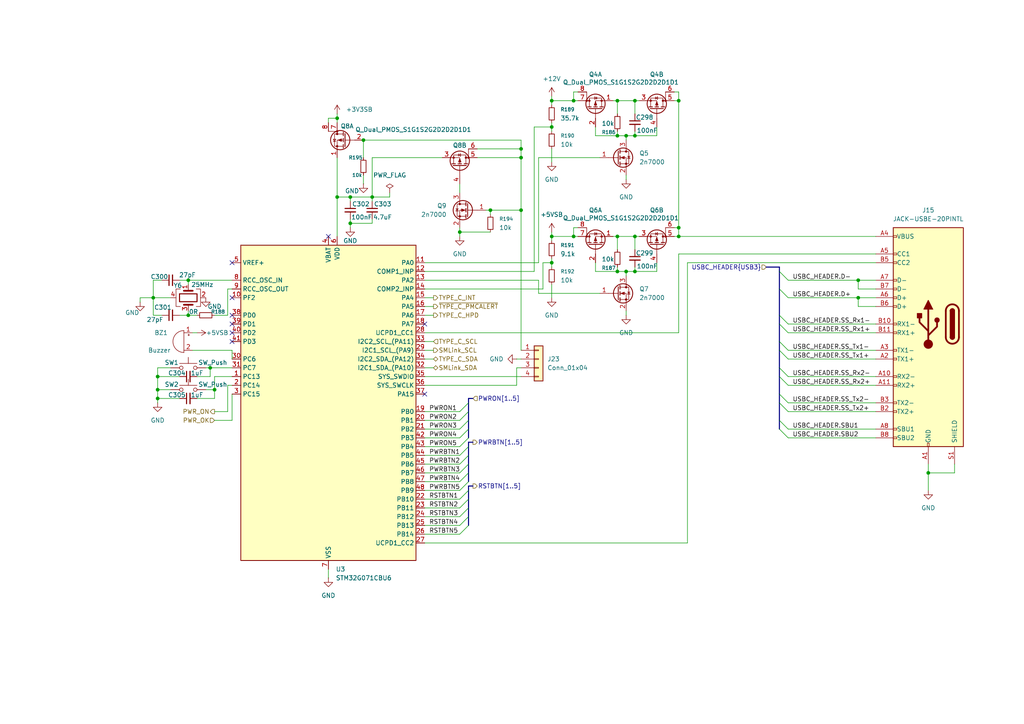
<source format=kicad_sch>
(kicad_sch (version 20250114) (generator "eeschema") (generator_version "9.0")
  (paper "A4")
  (lib_symbols
    (symbol "Connector:USB_C_Receptacle" (pin_names (offset 1.016))
      (property "Reference" "J" (at -10.16 29.21 0))
      (property "Value" "USB_C_Receptacle" (at 10.16 29.21 0))
      (symbol "USB_C_Receptacle_0_0"
        (rectangle (start -0.254 -35.56) (end 0.254 -34.544))
        (rectangle (start 10.16 25.654) (end 9.144 25.146))
        (rectangle (start 10.16 20.574) (end 9.144 20.066))
        (rectangle (start 10.16 18.034) (end 9.144 17.526))
        (rectangle (start 10.16 12.954) (end 9.144 12.446))
        (rectangle (start 10.16 10.414) (end 9.144 9.906))
        (rectangle (start 10.16 7.874) (end 9.144 7.366))
        (rectangle (start 10.16 5.334) (end 9.144 4.826))
        (rectangle (start 10.16 0.254) (end 9.144 -0.254))
        (rectangle (start 10.16 -2.286) (end 9.144 -2.794))
        (rectangle (start 10.16 -7.366) (end 9.144 -7.874))
        (rectangle (start 10.16 -9.906) (end 9.144 -10.414))
        (rectangle (start 10.16 -14.986) (end 9.144 -15.494))
        (rectangle (start 10.16 -17.526) (end 9.144 -18.034))
        (rectangle (start 10.16 -22.606) (end 9.144 -23.114))
        (rectangle (start 10.16 -25.146) (end 9.144 -25.654))
        (rectangle (start 10.16 -30.226) (end 9.144 -30.734))
        (rectangle (start 10.16 -32.766) (end 9.144 -33.274))
      )
      (symbol "USB_C_Receptacle_0_1"
        (rectangle (start -10.16 27.94) (end 10.16 -35.56) (stroke (width 0.254)) (fill (type background)))
        (polyline (pts (xy -8.89 -3.81) (xy -8.89 3.81)) (stroke (width 0.508)))
        (rectangle (start -7.62 -3.81) (end -6.35 3.81) (stroke (width 0.254)) (fill (type outline)))
        (arc (start -7.62 3.81) (mid -6.985 4.4423) (end -6.35 3.81) (stroke (width 0.254)))
        (arc (start -7.62 3.81) (mid -6.985 4.4423) (end -6.35 3.81) (stroke (width 0.254)) (fill (type outline)))
        (arc (start -8.89 3.81) (mid -6.985 5.7067) (end -5.08 3.81) (stroke (width 0.508)))
        (arc (start -5.08 -3.81) (mid -6.985 -5.7067) (end -8.89 -3.81) (stroke (width 0.508)))
        (arc (start -6.35 -3.81) (mid -6.985 -4.4423) (end -7.62 -3.81) (stroke (width 0.254)))
        (arc (start -6.35 -3.81) (mid -6.985 -4.4423) (end -7.62 -3.81) (stroke (width 0.254)) (fill (type outline)))
        (polyline (pts (xy -5.08 3.81) (xy -5.08 -3.81)) (stroke (width 0.508)))
      )
      (symbol "USB_C_Receptacle_1_1"
        (circle (center -2.54 1.143) (radius 0.635) (stroke (width 0.254)) (fill (type outline)))
        (polyline (pts (xy -1.27 4.318) (xy 0 6.858) (xy 1.27 4.318) (xy -1.27 4.318)) (stroke (width 0.254)) (fill (type outline)))
        (polyline (pts (xy 0 -2.032) (xy 2.54 0.508) (xy 2.54 1.778)) (stroke (width 0.508)))
        (polyline (pts (xy 0 -3.302) (xy -2.54 -0.762) (xy -2.54 0.508)) (stroke (width 0.508)))
        (polyline (pts (xy 0 -5.842) (xy 0 4.318)) (stroke (width 0.508)))
        (circle (center 0 -5.842) (radius 1.27) (fill (type outline)))
        (rectangle (start 1.905 1.778) (end 3.175 3.048) (stroke (width 0.254)) (fill (type outline)))
        (pin passive line (at -7.62 -40.64 90) (length 5.08) (name "SHIELD") (number "S1"))
        (pin passive line (at 0 -40.64 90) (length 5.08) (name "GND") (number "A1"))
        (pin passive line (at 0 -40.64 90) (length 5.08) (hide yes) (name "GND") (number "A12"))
        (pin passive line (at 0 -40.64 90) (length 5.08) (hide yes) (name "GND") (number "B1"))
        (pin passive line (at 0 -40.64 90) (length 5.08) (hide yes) (name "GND") (number "B12"))
        (pin passive line (at 15.24 25.4 180) (length 5.08) (name "VBUS") (number "A4"))
        (pin passive line (at 15.24 25.4 180) (length 5.08) (hide yes) (name "VBUS") (number "A9"))
        (pin passive line (at 15.24 25.4 180) (length 5.08) (hide yes) (name "VBUS") (number "B4"))
        (pin passive line (at 15.24 25.4 180) (length 5.08) (hide yes) (name "VBUS") (number "B9"))
        (pin bidirectional line (at 15.24 20.32 180) (length 5.08) (name "CC1") (number "A5"))
        (pin bidirectional line (at 15.24 17.78 180) (length 5.08) (name "CC2") (number "B5"))
        (pin bidirectional line (at 15.24 12.7 180) (length 5.08) (name "D-") (number "A7"))
        (pin bidirectional line (at 15.24 10.16 180) (length 5.08) (name "D-") (number "B7"))
        (pin bidirectional line (at 15.24 7.62 180) (length 5.08) (name "D+") (number "A6"))
        (pin bidirectional line (at 15.24 5.08 180) (length 5.08) (name "D+") (number "B6"))
        (pin bidirectional line (at 15.24 0 180) (length 5.08) (name "RX1-") (number "B10"))
        (pin bidirectional line (at 15.24 -2.54 180) (length 5.08) (name "RX1+") (number "B11"))
        (pin bidirectional line (at 15.24 -7.62 180) (length 5.08) (name "TX1-") (number "A3"))
        (pin bidirectional line (at 15.24 -10.16 180) (length 5.08) (name "TX1+") (number "A2"))
        (pin bidirectional line (at 15.24 -15.24 180) (length 5.08) (name "RX2-") (number "A10"))
        (pin bidirectional line (at 15.24 -17.78 180) (length 5.08) (name "RX2+") (number "A11"))
        (pin bidirectional line (at 15.24 -22.86 180) (length 5.08) (name "TX2-") (number "B3"))
        (pin bidirectional line (at 15.24 -25.4 180) (length 5.08) (name "TX2+") (number "B2"))
        (pin bidirectional line (at 15.24 -30.48 180) (length 5.08) (name "SBU1") (number "A8"))
        (pin bidirectional line (at 15.24 -33.02 180) (length 5.08) (name "SBU2") (number "B8"))
      )
    )
    (symbol "Connector_Generic:Conn_01x04" (pin_names (offset 1.016) (hide yes))
      (property "Reference" "J" (at 0 5.08 0))
      (property "Value" "Conn_01x04" (at 0 -7.62 0))
      (symbol "Conn_01x04_1_1"
        (rectangle (start -1.27 3.81) (end 1.27 -6.35) (stroke (width 0.254)) (fill (type background)))
        (rectangle (start -1.27 2.667) (end 0 2.413) (stroke (width 0.1524)))
        (rectangle (start -1.27 0.127) (end 0 -0.127) (stroke (width 0.1524)))
        (rectangle (start -1.27 -2.413) (end 0 -2.667) (stroke (width 0.1524)))
        (rectangle (start -1.27 -4.953) (end 0 -5.207) (stroke (width 0.1524)))
        (pin passive line (at -5.08 2.54 0) (length 3.81) (name "Pin_1") (number "1"))
        (pin passive line (at -5.08 0 0) (length 3.81) (name "Pin_2") (number "2"))
        (pin passive line (at -5.08 -2.54 0) (length 3.81) (name "Pin_3") (number "3"))
        (pin passive line (at -5.08 -5.08 0) (length 3.81) (name "Pin_4") (number "4"))
      )
    )
    (symbol "Device:Buzzer" (pin_names (offset 0.0254) (hide yes))
      (property "Reference" "BZ" (at 3.81 1.27 0))
      (property "Value" "Buzzer" (at 3.81 -1.27 0))
      (symbol "Buzzer_0_1"
        (polyline (pts (xy -1.651 1.905) (xy -1.143 1.905)))
        (polyline (pts (xy -1.397 2.159) (xy -1.397 1.651)))
        (arc (start 0 3.175) (mid 3.1612 0) (end 0 -3.175))
        (polyline (pts (xy 0 3.175) (xy 0 -3.175)))
      )
      (symbol "Buzzer_1_1"
        (pin passive line (at -2.54 2.54 0) (length 2.54) (name "+") (number "1"))
        (pin passive line (at -2.54 -2.54 0) (length 2.54) (name "-") (number "2"))
      )
    )
    (symbol "Device:C_Small" (pin_numbers (hide yes)) (pin_names (offset 0.254) (hide yes))
      (property "Reference" "C" (at 0.254 1.778 0))
      (property "Value" "C_Small" (at 0.254 -2.032 0))
      (symbol "C_Small_0_1"
        (polyline (pts (xy -1.524 0.508) (xy 1.524 0.508)) (stroke (width 0.3048)))
        (polyline (pts (xy -1.524 -0.508) (xy 1.524 -0.508)) (stroke (width 0.3302)))
      )
      (symbol "C_Small_1_1"
        (pin passive line (at 0 2.54 270) (length 2.032) (name "~") (number "1"))
        (pin passive line (at 0 -2.54 90) (length 2.032) (name "~") (number "2"))
      )
    )
    (symbol "Device:Crystal_GND24" (pin_names (offset 1.016) (hide yes))
      (property "Reference" "Y" (at 3.175 5.08 0))
      (property "Value" "Crystal_GND24" (at 3.175 3.175 0))
      (symbol "Crystal_GND24_0_1"
        (polyline (pts (xy -2.54 2.286) (xy -2.54 3.556) (xy 2.54 3.556) (xy 2.54 2.286)))
        (polyline (pts (xy -2.54 0) (xy -2.032 0)))
        (polyline (pts (xy -2.54 -2.286) (xy -2.54 -3.556) (xy 2.54 -3.556) (xy 2.54 -2.286)))
        (polyline (pts (xy -2.032 -1.27) (xy -2.032 1.27)) (stroke (width 0.508)))
        (rectangle (start -1.143 2.54) (end 1.143 -2.54) (stroke (width 0.3048)))
        (polyline (pts (xy 0 3.556) (xy 0 3.81)))
        (polyline (pts (xy 0 -3.81) (xy 0 -3.556)))
        (polyline (pts (xy 2.032 0) (xy 2.54 0)))
        (polyline (pts (xy 2.032 -1.27) (xy 2.032 1.27)) (stroke (width 0.508)))
      )
      (symbol "Crystal_GND24_1_1"
        (pin passive line (at -3.81 0 0) (length 1.27) (name "1") (number "1"))
        (pin passive line (at 0 5.08 270) (length 1.27) (name "2") (number "2"))
        (pin passive line (at 0 -5.08 90) (length 1.27) (name "4") (number "4"))
        (pin passive line (at 3.81 0 180) (length 1.27) (name "3") (number "3"))
      )
    )
    (symbol "Device:R_Small" (pin_numbers (hide yes)) (pin_names (offset 0.254) (hide yes))
      (property "Reference" "R" (at 0 0 90))
      (property "Value" "R_Small" (at 1.778 0 90))
      (symbol "R_Small_0_1"
        (rectangle (start -0.762 1.778) (end 0.762 -1.778) (stroke (width 0.2032)))
      )
      (symbol "R_Small_1_1"
        (pin passive line (at 0 2.54 270) (length 0.762) (name "~") (number "1"))
        (pin passive line (at 0 -2.54 90) (length 0.762) (name "~") (number "2"))
      )
    )
    (symbol "MCU_ST_STM32G0:STM32G0B1CBUx"
      (property "Reference" "U" (at -25.4 46.99 0))
      (property "Value" "STM32G0B1CBUx" (at 5.08 46.99 0))
      (symbol "STM32G0B1CBUx_0_1"
        (rectangle (start -25.4 -45.72) (end 25.4 45.72) (stroke (width 0.254)) (fill (type background)))
      )
      (symbol "STM32G0B1CBUx_1_1"
        (pin input line (at -27.94 40.64 0) (length 2.54) (name "VREF+") (number "5"))
        (pin bidirectional line (at -27.94 35.56 0) (length 2.54) (name "PF0") (number "8") (alternate "RCC_OSC_IN" bidirectional line))
        (pin bidirectional line (at -27.94 33.02 0) (length 2.54) (name "PF1") (number "9") (alternate "RCC_OSC_OUT" bidirectional line))
        (pin bidirectional line (at -27.94 30.48 0) (length 2.54) (name "PF2") (number "10"))
        (pin bidirectional line (at -27.94 25.4 0) (length 2.54) (name "PD0") (number "38"))
        (pin bidirectional line (at -27.94 22.86 0) (length 2.54) (name "PD1") (number "39"))
        (pin bidirectional line (at -27.94 20.32 0) (length 2.54) (name "PD2") (number "40"))
        (pin bidirectional line (at -27.94 17.78 0) (length 2.54) (name "PD3") (number "41"))
        (pin bidirectional line (at -27.94 12.7 0) (length 2.54) (name "PC6") (number "30"))
        (pin bidirectional line (at -27.94 10.16 0) (length 2.54) (name "PC7") (number "31"))
        (pin bidirectional line (at -27.94 7.62 0) (length 2.54) (name "PC13") (number "1"))
        (pin bidirectional line (at -27.94 5.08 0) (length 2.54) (name "PC14") (number "2"))
        (pin bidirectional line (at -27.94 2.54 0) (length 2.54) (name "PC15") (number "3"))
        (pin power_in line (at 0 48.26 270) (length 2.54) (name "VBAT") (number "4"))
        (pin passive line (at 0 -48.26 90) (length 2.54) (hide yes) (name "VSS") (number "49"))
        (pin power_in line (at 0 -48.26 90) (length 2.54) (name "VSS") (number "7"))
        (pin power_in line (at 2.54 48.26 270) (length 2.54) (name "VDD") (number "6"))
        (pin bidirectional line (at 27.94 40.64 180) (length 2.54) (name "PA0") (number "11"))
        (pin bidirectional line (at 27.94 38.1 180) (length 2.54) (name "PA1") (number "12") (alternate "COMP1_INP" bidirectional line))
        (pin bidirectional line (at 27.94 35.56 180) (length 2.54) (name "PA2") (number "13"))
        (pin bidirectional line (at 27.94 33.02 180) (length 2.54) (name "PA3") (number "14") (alternate "COMP2_INP" bidirectional line))
        (pin bidirectional line (at 27.94 30.48 180) (length 2.54) (name "PA4") (number "15"))
        (pin bidirectional line (at 27.94 27.94 180) (length 2.54) (name "PA5") (number "16"))
        (pin bidirectional line (at 27.94 25.4 180) (length 2.54) (name "PA6") (number "17"))
        (pin bidirectional line (at 27.94 22.86 180) (length 2.54) (name "PA7") (number "18"))
        (pin bidirectional line (at 27.94 20.32 180) (length 2.54) (name "PA8") (number "28") (alternate "UCPD1_CC1" bidirectional line))
        (pin bidirectional line (at 27.94 17.78 180) (length 2.54) (name "PA9/PA11") (number "33") (alternate "I2C1_SCL (PA9)" bidirectional line) (alternate "I2C2_SCL (PA11)" bidirectional line))
        (pin bidirectional line (at 27.94 15.24 180) (length 2.54) (name "PA9/UCPD1_DBCC1") (number "29") (alternate "" input line) (alternate "I2C1_SCL (PA9)" bidirectional line))
        (pin bidirectional line (at 27.94 12.7 180) (length 2.54) (name "PA10/PA12") (number "34") (alternate "I2C1_SDA (PA10)" bidirectional line) (alternate "I2C2_SDA (PA12)" bidirectional line))
        (pin bidirectional line (at 27.94 10.16 180) (length 2.54) (name "PA10/UCPD1_DBCC2") (number "32") (alternate "I2C1_SDA (PA10)" bidirectional line))
        (pin bidirectional line (at 27.94 7.62 180) (length 2.54) (name "PA13") (number "35") (alternate "SYS_SWDIO" bidirectional line))
        (pin bidirectional line (at 27.94 5.08 180) (length 2.54) (name "PA14") (number "36") (alternate "SYS_SWCLK" bidirectional line))
        (pin bidirectional line (at 27.94 2.54 180) (length 2.54) (name "PA15") (number "37"))
        (pin bidirectional line (at 27.94 -2.54 180) (length 2.54) (name "PB0") (number "19"))
        (pin bidirectional line (at 27.94 -5.08 180) (length 2.54) (name "PB1") (number "20"))
        (pin bidirectional line (at 27.94 -7.62 180) (length 2.54) (name "PB2") (number "21") (alternate "COMP1_INP" bidirectional line))
        (pin bidirectional line (at 27.94 -10.16 180) (length 2.54) (name "PB3") (number "42"))
        (pin bidirectional line (at 27.94 -12.7 180) (length 2.54) (name "PB4") (number "43") (alternate "COMP2_INP" bidirectional line))
        (pin bidirectional line (at 27.94 -15.24 180) (length 2.54) (name "PB5") (number "44"))
        (pin bidirectional line (at 27.94 -17.78 180) (length 2.54) (name "PB6") (number "45") (alternate "COMP2_INP" bidirectional line))
        (pin bidirectional line (at 27.94 -20.32 180) (length 2.54) (name "PB7") (number "46"))
        (pin bidirectional line (at 27.94 -22.86 180) (length 2.54) (name "PB8") (number "47"))
        (pin bidirectional line (at 27.94 -25.4 180) (length 2.54) (name "PB9") (number "48"))
        (pin bidirectional line (at 27.94 -27.94 180) (length 2.54) (name "PB10") (number "22"))
        (pin bidirectional line (at 27.94 -30.48 180) (length 2.54) (name "PB11") (number "23"))
        (pin bidirectional line (at 27.94 -33.02 180) (length 2.54) (name "PB12") (number "24"))
        (pin bidirectional line (at 27.94 -35.56 180) (length 2.54) (name "PB13") (number "25"))
        (pin bidirectional line (at 27.94 -38.1 180) (length 2.54) (name "PB14") (number "26"))
        (pin bidirectional line (at 27.94 -40.64 180) (length 2.54) (name "PB15") (number "27") (alternate "UCPD1_CC2" bidirectional line))
      )
    )
    (symbol "Switch:SW_Push" (pin_numbers (hide yes)) (pin_names (offset 1.016) (hide yes))
      (property "Reference" "SW" (at 1.27 2.54 0))
      (property "Value" "SW_Push" (at 0 -1.524 0))
      (symbol "SW_Push_0_1"
        (circle (center -2.032 0) (radius 0.508))
        (polyline (pts (xy 0 1.27) (xy 0 3.048)))
        (circle (center 2.032 0) (radius 0.508))
        (polyline (pts (xy 2.54 1.27) (xy -2.54 1.27)))
        (pin passive line (at -5.08 0 0) (length 2.54) (name "1") (number "1"))
        (pin passive line (at 5.08 0 180) (length 2.54) (name "2") (number "2"))
      )
    )
    (symbol "Transistor_FET:Q_Dual_PMOS_S1G1S2G2D2D2D1D1" (pin_names (offset 0) (hide yes))
      (property "Reference" "Q" (at 5.08 1.905 0))
      (property "Value" "Q_Dual_PMOS_S1G1S2G2D2D2D1D1" (at 5.08 0 0))
      (symbol "Q_Dual_PMOS_S1G1S2G2D2D2D1D1_0_1"
        (polyline (pts (xy 0.254 1.905) (xy 0.254 -1.905)) (stroke (width 0.254)))
        (polyline (pts (xy 0.254 0) (xy -2.54 0)))
        (polyline (pts (xy 0.762 2.286) (xy 0.762 1.27)) (stroke (width 0.254)))
        (polyline (pts (xy 0.762 1.778) (xy 3.302 1.778) (xy 3.302 -1.778) (xy 0.762 -1.778)))
        (polyline (pts (xy 0.762 0.508) (xy 0.762 -0.508)) (stroke (width 0.254)))
        (polyline (pts (xy 0.762 -1.27) (xy 0.762 -2.286)) (stroke (width 0.254)))
        (circle (center 1.651 0) (radius 2.794) (stroke (width 0.254)))
        (polyline (pts (xy 2.286 0) (xy 1.27 0.381) (xy 1.27 -0.381) (xy 2.286 0)) (fill (type outline)))
        (polyline (pts (xy 2.54 2.54) (xy 2.54 1.778)))
        (circle (center 2.54 2.54) (radius 0.254) (fill (type outline)))
        (circle (center 2.54 1.778) (radius 0.254) (fill (type outline)))
        (circle (center 2.54 -1.778) (radius 0.254) (fill (type outline)))
        (polyline (pts (xy 2.54 -2.54) (xy 2.54 0) (xy 0.762 0)))
        (polyline (pts (xy 2.921 -0.381) (xy 3.683 -0.381)))
        (polyline (pts (xy 3.302 -0.381) (xy 2.921 0.254) (xy 3.683 0.254) (xy 3.302 -0.381)))
        (polyline (pts (xy 5.08 2.54) (xy 2.54 2.54)))
      )
      (symbol "Q_Dual_PMOS_S1G1S2G2D2D2D1D1_1_1"
        (pin input line (at -5.08 0 0) (length 2.54) (name "G") (number "2"))
        (pin passive line (at 2.54 5.08 270) (length 2.54) (name "D") (number "7"))
        (pin passive line (at 2.54 -5.08 90) (length 2.54) (name "S") (number "1"))
        (pin passive line (at 5.08 5.08 270) (length 2.54) (name "D") (number "8"))
      )
      (symbol "Q_Dual_PMOS_S1G1S2G2D2D2D1D1_2_1"
        (pin input line (at -5.08 0 0) (length 2.54) (name "G") (number "4"))
        (pin passive line (at 2.54 5.08 270) (length 2.54) (name "D") (number "5"))
        (pin passive line (at 2.54 -5.08 90) (length 2.54) (name "S") (number "3"))
        (pin passive line (at 5.08 5.08 270) (length 2.54) (name "D") (number "6"))
      )
    )
    (symbol "Transistor_FET:Q_NMOS_GSD" (pin_names (offset 0) (hide yes))
      (property "Reference" "Q" (at 5.08 1.905 0))
      (property "Value" "Q_NMOS_GSD" (at 5.08 0 0))
      (symbol "Q_NMOS_GSD_0_1"
        (polyline (pts (xy 0.254 1.905) (xy 0.254 -1.905)) (stroke (width 0.254)))
        (polyline (pts (xy 0.254 0) (xy -2.54 0)))
        (polyline (pts (xy 0.762 2.286) (xy 0.762 1.27)) (stroke (width 0.254)))
        (polyline (pts (xy 0.762 0.508) (xy 0.762 -0.508)) (stroke (width 0.254)))
        (polyline (pts (xy 0.762 -1.27) (xy 0.762 -2.286)) (stroke (width 0.254)))
        (polyline (pts (xy 0.762 -1.778) (xy 3.302 -1.778) (xy 3.302 1.778) (xy 0.762 1.778)))
        (polyline (pts (xy 1.016 0) (xy 2.032 0.381) (xy 2.032 -0.381) (xy 1.016 0)) (fill (type outline)))
        (circle (center 1.651 0) (radius 2.794) (stroke (width 0.254)))
        (polyline (pts (xy 2.54 2.54) (xy 2.54 1.778)))
        (circle (center 2.54 1.778) (radius 0.254) (fill (type outline)))
        (circle (center 2.54 -1.778) (radius 0.254) (fill (type outline)))
        (polyline (pts (xy 2.54 -2.54) (xy 2.54 0) (xy 0.762 0)))
        (polyline (pts (xy 2.921 0.381) (xy 3.683 0.381)))
        (polyline (pts (xy 3.302 0.381) (xy 2.921 -0.254) (xy 3.683 -0.254) (xy 3.302 0.381)))
      )
      (symbol "Q_NMOS_GSD_1_1"
        (pin input line (at -5.08 0 0) (length 2.54) (name "G") (number "1"))
        (pin passive line (at 2.54 5.08 270) (length 2.54) (name "D") (number "3"))
        (pin passive line (at 2.54 -5.08 90) (length 2.54) (name "S") (number "2"))
      )
    )
    (symbol "custom:+5VSB" (power) (pin_numbers (hide yes)) (pin_names (offset 0) (hide yes))
      (property "Value" "+5VSB" (at 0 3.556 0))
      (symbol "+5VSB_0_1"
        (polyline (pts (xy -0.762 1.27) (xy 0 2.54)))
        (polyline (pts (xy 0 2.54) (xy 0.762 1.27)))
        (polyline (pts (xy 0 0) (xy 0 2.54)))
      )
      (symbol "+5VSB_1_1"
        (pin power_in line (at 0 0 90) (length 0) (name "~") (number "1"))
      )
    )
    (symbol "power:+12V" (power) (pin_numbers (hide yes)) (pin_names (offset 0) (hide yes))
      (property "Value" "+12V" (at 0 3.556 0))
      (symbol "+12V_0_1"
        (polyline (pts (xy -0.762 1.27) (xy 0 2.54)))
        (polyline (pts (xy 0 2.54) (xy 0.762 1.27)))
        (polyline (pts (xy 0 0) (xy 0 2.54)))
      )
      (symbol "+12V_1_1"
        (pin power_in line (at 0 0 90) (length 0) (name "~") (number "1"))
      )
    )
    (symbol "power:+3V3" (power) (pin_numbers (hide yes)) (pin_names (offset 0) (hide yes))
      (property "Value" "+3V3" (at 0 3.556 0))
      (symbol "+3V3_0_1"
        (polyline (pts (xy -0.762 1.27) (xy 0 2.54)))
        (polyline (pts (xy 0 2.54) (xy 0.762 1.27)))
        (polyline (pts (xy 0 0) (xy 0 2.54)))
      )
      (symbol "+3V3_1_1"
        (pin power_in line (at 0 0 90) (length 0) (name "~") (number "1"))
      )
    )
    (symbol "power:+5V" (power) (pin_numbers (hide yes)) (pin_names (offset 0) (hide yes))
      (property "Value" "+5V" (at 0 3.556 0))
      (symbol "+5V_0_1"
        (polyline (pts (xy -0.762 1.27) (xy 0 2.54)))
        (polyline (pts (xy 0 2.54) (xy 0.762 1.27)))
        (polyline (pts (xy 0 0) (xy 0 2.54)))
      )
      (symbol "+5V_1_1"
        (pin power_in line (at 0 0 90) (length 0) (name "~") (number "1"))
      )
    )
    (symbol "power:GND" (power) (pin_numbers (hide yes)) (pin_names (offset 0) (hide yes))
      (property "Value" "GND" (at 0 -3.81 0))
      (symbol "GND_0_1"
        (polyline (pts (xy 0 0) (xy 0 -1.27) (xy 1.27 -1.27) (xy 0 -2.54) (xy -1.27 -1.27) (xy 0 -1.27)))
      )
      (symbol "GND_1_1"
        (pin power_in line (at 0 0 270) (length 0) (name "~") (number "1"))
      )
    )
    (symbol "power:PWR_FLAG" (power) (pin_numbers (hide yes)) (pin_names (offset 0) (hide yes))
      (property "Value" "PWR_FLAG" (at 0 3.81 0))
      (symbol "PWR_FLAG_0_0"
        (pin power_out line (at 0 0 90) (length 0) (name "~") (number "1"))
      )
      (symbol "PWR_FLAG_0_1"
        (polyline (pts (xy 0 0) (xy 0 1.27) (xy -1.016 1.905) (xy 0 2.54) (xy 1.016 1.905) (xy 0 1.27)))
      )
    )
  )
  (junction (at 196.85 68.58))
  (junction (at 107.95 57.15))
  (junction (at 179.07 39.37))
  (junction (at 133.35 67.31))
  (junction (at 160.02 76.2))
  (junction (at 54.61 91.44))
  (junction (at 166.37 68.58))
  (junction (at 101.6 64.77))
  (junction (at 184.15 68.58))
  (junction (at 248.92 86.36))
  (junction (at 97.79 57.15))
  (junction (at 196.85 29.21))
  (junction (at 181.61 78.74))
  (junction (at 105.41 40.64))
  (junction (at 160.02 36.83))
  (junction (at 60.96 106.68))
  (junction (at 184.15 29.21))
  (junction (at 45.72 115.57))
  (junction (at 45.72 109.22))
  (junction (at 179.07 78.74))
  (junction (at 44.45 86.36))
  (junction (at 269.24 137.16))
  (junction (at 97.79 34.29))
  (junction (at 196.85 66.04))
  (junction (at 184.15 78.74))
  (junction (at 181.61 39.37))
  (junction (at 101.6 57.15))
  (junction (at 45.72 113.03))
  (junction (at 179.07 29.21))
  (junction (at 142.24 60.96))
  (junction (at 62.23 113.03))
  (junction (at 151.13 45.72))
  (junction (at 248.92 81.28))
  (junction (at 160.02 68.58))
  (junction (at 151.13 60.96))
  (junction (at 184.15 39.37))
  (junction (at 54.61 81.28))
  (junction (at 179.07 68.58))
  (junction (at 151.13 43.18))
  (junction (at 166.37 29.21))
  (junction (at 160.02 29.21))
  (no_connect (at 67.31 96.52))
  (no_connect (at 67.31 91.44))
  (no_connect (at 67.31 76.2))
  (no_connect (at 123.19 114.3))
  (no_connect (at 95.25 68.58))
  (no_connect (at 123.19 93.98))
  (no_connect (at 67.31 93.98))
  (no_connect (at 67.31 86.36))
  (no_connect (at 67.31 99.06))
  (bus_entry (at 226.06 116.84) (size 2.54 2.54))
  (bus_entry (at 226.06 99.06) (size 2.54 2.54))
  (bus_entry (at 135.89 119.38) (size -2.54 2.54))
  (bus_entry (at 135.89 137.16) (size -2.54 2.54))
  (bus_entry (at 226.06 93.98) (size 2.54 2.54))
  (bus_entry (at 135.89 152.4) (size -2.54 2.54))
  (bus_entry (at 135.89 134.62) (size -2.54 2.54))
  (bus_entry (at 226.06 83.82) (size 2.54 2.54))
  (bus_entry (at 135.89 142.24) (size -2.54 2.54))
  (bus_entry (at 226.06 121.92) (size 2.54 2.54))
  (bus_entry (at 226.06 124.46) (size 2.54 2.54))
  (bus_entry (at 135.89 124.46) (size -2.54 2.54))
  (bus_entry (at 226.06 78.74) (size 2.54 2.54))
  (bus_entry (at 226.06 101.6) (size 2.54 2.54))
  (bus_entry (at 135.89 139.7) (size -2.54 2.54))
  (bus_entry (at 135.89 149.86) (size -2.54 2.54))
  (bus_entry (at 226.06 109.22) (size 2.54 2.54))
  (bus_entry (at 226.06 114.3) (size 2.54 2.54))
  (bus_entry (at 135.89 127) (size -2.54 2.54))
  (bus_entry (at 135.89 147.32) (size -2.54 2.54))
  (bus_entry (at 135.89 144.78) (size -2.54 2.54))
  (bus_entry (at 135.89 129.54) (size -2.54 2.54))
  (bus_entry (at 226.06 106.68) (size 2.54 2.54))
  (bus_entry (at 135.89 121.92) (size -2.54 2.54))
  (bus_entry (at 135.89 132.08) (size -2.54 2.54))
  (bus_entry (at 226.06 91.44) (size 2.54 2.54))
  (bus_entry (at 135.89 116.84) (size -2.54 2.54))
  (wire (pts (xy 160.02 35.56) (xy 160.02 36.83)))
  (wire (pts (xy 95.25 165.1) (xy 95.25 167.64)))
  (bus (pts (xy 135.89 144.78) (xy 135.89 147.32)))
  (wire (pts (xy 184.15 29.21) (xy 184.15 33.02)))
  (wire (pts (xy 101.6 58.42) (xy 101.6 57.15)))
  (wire (pts (xy 181.61 90.17) (xy 181.61 91.44)))
  (wire (pts (xy 123.19 88.9) (xy 125.73 88.9)))
  (bus (pts (xy 226.06 93.98) (xy 226.06 99.06)))
  (wire (pts (xy 123.19 119.38) (xy 133.35 119.38)))
  (wire (pts (xy 196.85 66.04) (xy 196.85 68.58)))
  (wire (pts (xy 179.07 29.21) (xy 179.07 33.02)))
  (wire (pts (xy 107.95 57.15) (xy 107.95 58.42)))
  (wire (pts (xy 45.72 106.68) (xy 45.72 109.22)))
  (wire (pts (xy 276.86 134.62) (xy 276.86 137.16)))
  (bus (pts (xy 135.89 124.46) (xy 135.89 127)))
  (wire (pts (xy 196.85 68.58) (xy 254 68.58)))
  (wire (pts (xy 97.79 45.72) (xy 97.79 57.15)))
  (wire (pts (xy 66.04 119.38) (xy 66.04 111.76)))
  (wire (pts (xy 173.99 45.72) (xy 156.21 45.72)))
  (wire (pts (xy 151.13 101.6) (xy 151.13 60.96)))
  (wire (pts (xy 142.24 60.96) (xy 142.24 62.23)))
  (wire (pts (xy 154.94 36.83) (xy 154.94 78.74)))
  (wire (pts (xy 101.6 57.15) (xy 107.95 57.15)))
  (wire (pts (xy 46.99 81.28) (xy 44.45 81.28)))
  (wire (pts (xy 166.37 68.58) (xy 167.64 68.58)))
  (wire (pts (xy 60.96 106.68) (xy 60.96 109.22)))
  (wire (pts (xy 55.88 101.6) (xy 67.31 101.6)))
  (wire (pts (xy 97.79 33.02) (xy 97.79 34.29)))
  (wire (pts (xy 157.48 76.2) (xy 157.48 83.82)))
  (wire (pts (xy 248.92 86.36) (xy 248.92 88.9)))
  (wire (pts (xy 123.19 132.08) (xy 133.35 132.08)))
  (wire (pts (xy 67.31 83.82) (xy 66.04 83.82)))
  (wire (pts (xy 133.35 67.31) (xy 142.24 67.31)))
  (wire (pts (xy 248.92 86.36) (xy 254 86.36)))
  (wire (pts (xy 133.35 66.04) (xy 133.35 67.31)))
  (wire (pts (xy 160.02 76.2) (xy 160.02 77.47)))
  (wire (pts (xy 105.41 50.8) (xy 105.41 53.34)))
  (wire (pts (xy 105.41 40.64) (xy 105.41 45.72)))
  (wire (pts (xy 151.13 60.96) (xy 142.24 60.96)))
  (wire (pts (xy 62.23 113.03) (xy 62.23 115.57)))
  (wire (pts (xy 184.15 39.37) (xy 190.5 39.37)))
  (wire (pts (xy 196.85 29.21) (xy 196.85 66.04)))
  (wire (pts (xy 123.19 127) (xy 133.35 127)))
  (wire (pts (xy 60.96 109.22) (xy 57.15 109.22)))
  (wire (pts (xy 248.92 81.28) (xy 248.92 83.82)))
  (wire (pts (xy 123.19 144.78) (xy 133.35 144.78)))
  (wire (pts (xy 66.04 83.82) (xy 66.04 91.44)))
  (wire (pts (xy 196.85 96.52) (xy 123.19 96.52)))
  (wire (pts (xy 196.85 73.66) (xy 254 73.66)))
  (wire (pts (xy 45.72 113.03) (xy 49.53 113.03)))
  (wire (pts (xy 45.72 109.22) (xy 45.72 113.03)))
  (wire (pts (xy 167.64 66.04) (xy 166.37 66.04)))
  (wire (pts (xy 97.79 34.29) (xy 97.79 35.56)))
  (wire (pts (xy 196.85 73.66) (xy 196.85 96.52)))
  (wire (pts (xy 149.86 111.76) (xy 149.86 106.68)))
  (wire (pts (xy 181.61 39.37) (xy 184.15 39.37)))
  (wire (pts (xy 276.86 137.16) (xy 269.24 137.16)))
  (bus (pts (xy 226.06 114.3) (xy 226.06 116.84)))
  (wire (pts (xy 172.72 39.37) (xy 179.07 39.37)))
  (wire (pts (xy 113.03 57.15) (xy 113.03 55.88)))
  (wire (pts (xy 149.86 104.14) (xy 151.13 104.14)))
  (wire (pts (xy 46.99 91.44) (xy 44.45 91.44)))
  (wire (pts (xy 49.53 86.36) (xy 44.45 86.36)))
  (wire (pts (xy 248.92 81.28) (xy 254 81.28)))
  (wire (pts (xy 123.19 121.92) (xy 133.35 121.92)))
  (wire (pts (xy 45.72 113.03) (xy 45.72 115.57)))
  (wire (pts (xy 59.69 106.68) (xy 60.96 106.68)))
  (wire (pts (xy 156.21 85.09) (xy 156.21 81.28)))
  (wire (pts (xy 160.02 29.21) (xy 166.37 29.21)))
  (wire (pts (xy 151.13 43.18) (xy 151.13 45.72)))
  (wire (pts (xy 184.15 68.58) (xy 185.42 68.58)))
  (wire (pts (xy 269.24 137.16) (xy 269.24 142.24)))
  (bus (pts (xy 226.06 101.6) (xy 226.06 106.68)))
  (wire (pts (xy 160.02 76.2) (xy 157.48 76.2)))
  (bus (pts (xy 135.89 121.92) (xy 135.89 124.46)))
  (wire (pts (xy 196.85 26.67) (xy 196.85 29.21)))
  (wire (pts (xy 107.95 45.72) (xy 107.95 57.15)))
  (wire (pts (xy 49.53 106.68) (xy 45.72 106.68)))
  (wire (pts (xy 269.24 134.62) (xy 269.24 137.16)))
  (wire (pts (xy 160.02 29.21) (xy 160.02 30.48)))
  (wire (pts (xy 172.72 36.83) (xy 172.72 39.37)))
  (bus (pts (xy 137.16 128.27) (xy 135.89 128.27)))
  (wire (pts (xy 160.02 43.18) (xy 160.02 46.99)))
  (wire (pts (xy 133.35 53.34) (xy 133.35 55.88)))
  (wire (pts (xy 123.19 111.76) (xy 149.86 111.76)))
  (wire (pts (xy 248.92 83.82) (xy 254 83.82)))
  (wire (pts (xy 195.58 26.67) (xy 196.85 26.67)))
  (wire (pts (xy 62.23 115.57) (xy 57.15 115.57)))
  (wire (pts (xy 59.69 113.03) (xy 62.23 113.03)))
  (wire (pts (xy 181.61 78.74) (xy 184.15 78.74)))
  (wire (pts (xy 97.79 57.15) (xy 97.79 68.58)))
  (wire (pts (xy 160.02 67.31) (xy 160.02 68.58)))
  (bus (pts (xy 135.89 115.57) (xy 135.89 116.84)))
  (wire (pts (xy 123.19 152.4) (xy 133.35 152.4)))
  (wire (pts (xy 101.6 63.5) (xy 101.6 64.77)))
  (bus (pts (xy 137.16 115.57) (xy 135.89 115.57)))
  (wire (pts (xy 228.6 116.84) (xy 254 116.84)))
  (wire (pts (xy 160.02 68.58) (xy 160.02 69.85)))
  (bus (pts (xy 135.89 132.08) (xy 135.89 134.62)))
  (wire (pts (xy 62.23 91.44) (xy 66.04 91.44)))
  (wire (pts (xy 228.6 124.46) (xy 254 124.46)))
  (wire (pts (xy 157.48 83.82) (xy 123.19 83.82)))
  (wire (pts (xy 184.15 68.58) (xy 184.15 72.39)))
  (wire (pts (xy 123.19 104.14) (xy 125.73 104.14)))
  (bus (pts (xy 135.89 147.32) (xy 135.89 149.86)))
  (wire (pts (xy 123.19 129.54) (xy 133.35 129.54)))
  (wire (pts (xy 45.72 115.57) (xy 45.72 116.84)))
  (wire (pts (xy 101.6 64.77) (xy 101.6 66.04)))
  (wire (pts (xy 123.19 91.44) (xy 125.73 91.44)))
  (wire (pts (xy 181.61 50.8) (xy 181.61 52.07)))
  (wire (pts (xy 254 76.2) (xy 199.39 76.2)))
  (wire (pts (xy 133.35 67.31) (xy 133.35 68.58)))
  (wire (pts (xy 177.8 68.58) (xy 179.07 68.58)))
  (wire (pts (xy 151.13 43.18) (xy 151.13 40.64)))
  (wire (pts (xy 179.07 68.58) (xy 179.07 72.39)))
  (wire (pts (xy 160.02 74.93) (xy 160.02 76.2)))
  (wire (pts (xy 177.8 29.21) (xy 179.07 29.21)))
  (wire (pts (xy 149.86 106.68) (xy 151.13 106.68)))
  (bus (pts (xy 226.06 116.84) (xy 226.06 121.92)))
  (wire (pts (xy 123.19 124.46) (xy 133.35 124.46)))
  (wire (pts (xy 228.6 104.14) (xy 254 104.14)))
  (wire (pts (xy 160.02 36.83) (xy 160.02 38.1)))
  (wire (pts (xy 66.04 111.76) (xy 67.31 111.76)))
  (wire (pts (xy 151.13 45.72) (xy 151.13 60.96)))
  (wire (pts (xy 179.07 39.37) (xy 181.61 39.37)))
  (wire (pts (xy 54.61 81.28) (xy 67.31 81.28)))
  (wire (pts (xy 123.19 101.6) (xy 125.73 101.6)))
  (wire (pts (xy 184.15 78.74) (xy 190.5 78.74)))
  (wire (pts (xy 179.07 38.1) (xy 179.07 39.37)))
  (wire (pts (xy 67.31 121.92) (xy 67.31 114.3)))
  (bus (pts (xy 226.06 83.82) (xy 226.06 91.44)))
  (wire (pts (xy 66.04 119.38) (xy 62.23 119.38)))
  (wire (pts (xy 107.95 57.15) (xy 113.03 57.15)))
  (wire (pts (xy 123.19 139.7) (xy 133.35 139.7)))
  (wire (pts (xy 45.72 109.22) (xy 52.07 109.22)))
  (wire (pts (xy 228.6 119.38) (xy 254 119.38)))
  (bus (pts (xy 137.16 140.97) (xy 135.89 140.97)))
  (wire (pts (xy 156.21 76.2) (xy 123.19 76.2)))
  (bus (pts (xy 135.89 116.84) (xy 135.89 119.38)))
  (wire (pts (xy 228.6 127) (xy 254 127)))
  (wire (pts (xy 101.6 64.77) (xy 107.95 64.77)))
  (wire (pts (xy 195.58 68.58) (xy 196.85 68.58)))
  (wire (pts (xy 166.37 66.04) (xy 166.37 68.58)))
  (wire (pts (xy 45.72 115.57) (xy 52.07 115.57)))
  (bus (pts (xy 135.89 137.16) (xy 135.89 139.7)))
  (wire (pts (xy 123.19 154.94) (xy 133.35 154.94)))
  (wire (pts (xy 54.61 91.44) (xy 57.15 91.44)))
  (wire (pts (xy 55.88 96.52) (xy 57.15 96.52)))
  (bus (pts (xy 226.06 78.74) (xy 226.06 83.82)))
  (wire (pts (xy 54.61 81.28) (xy 54.61 82.55)))
  (bus (pts (xy 226.06 121.92) (xy 226.06 124.46)))
  (wire (pts (xy 179.07 77.47) (xy 179.07 78.74)))
  (wire (pts (xy 107.95 64.77) (xy 107.95 63.5)))
  (wire (pts (xy 62.23 109.22) (xy 62.23 113.03)))
  (bus (pts (xy 135.89 129.54) (xy 135.89 132.08)))
  (wire (pts (xy 54.61 91.44) (xy 52.07 91.44)))
  (wire (pts (xy 181.61 80.01) (xy 181.61 78.74)))
  (bus (pts (xy 135.89 142.24) (xy 135.89 144.78)))
  (wire (pts (xy 166.37 29.21) (xy 167.64 29.21)))
  (wire (pts (xy 179.07 78.74) (xy 181.61 78.74)))
  (wire (pts (xy 128.27 45.72) (xy 107.95 45.72)))
  (wire (pts (xy 228.6 111.76) (xy 254 111.76)))
  (wire (pts (xy 184.15 29.21) (xy 185.42 29.21)))
  (bus (pts (xy 135.89 128.27) (xy 135.89 129.54)))
  (wire (pts (xy 181.61 40.64) (xy 181.61 39.37)))
  (wire (pts (xy 190.5 39.37) (xy 190.5 36.83)))
  (wire (pts (xy 123.19 106.68) (xy 125.73 106.68)))
  (wire (pts (xy 140.97 60.96) (xy 142.24 60.96)))
  (wire (pts (xy 67.31 101.6) (xy 67.31 104.14)))
  (wire (pts (xy 138.43 45.72) (xy 151.13 45.72)))
  (wire (pts (xy 173.99 85.09) (xy 156.21 85.09)))
  (wire (pts (xy 123.19 86.36) (xy 125.73 86.36)))
  (wire (pts (xy 52.07 81.28) (xy 54.61 81.28)))
  (bus (pts (xy 226.06 91.44) (xy 226.06 93.98)))
  (wire (pts (xy 228.6 81.28) (xy 248.92 81.28)))
  (wire (pts (xy 228.6 109.22) (xy 254 109.22)))
  (wire (pts (xy 44.45 91.44) (xy 44.45 86.36)))
  (wire (pts (xy 195.58 66.04) (xy 196.85 66.04)))
  (wire (pts (xy 101.6 57.15) (xy 97.79 57.15)))
  (bus (pts (xy 226.06 99.06) (xy 226.06 101.6)))
  (bus (pts (xy 226.06 77.47) (xy 226.06 78.74)))
  (wire (pts (xy 156.21 81.28) (xy 123.19 81.28)))
  (bus (pts (xy 226.06 109.22) (xy 226.06 114.3)))
  (wire (pts (xy 95.25 34.29) (xy 97.79 34.29)))
  (bus (pts (xy 135.89 149.86) (xy 135.89 152.4)))
  (wire (pts (xy 166.37 26.67) (xy 166.37 29.21)))
  (wire (pts (xy 228.6 86.36) (xy 248.92 86.36)))
  (wire (pts (xy 228.6 93.98) (xy 254 93.98)))
  (wire (pts (xy 123.19 157.48) (xy 199.39 157.48)))
  (wire (pts (xy 184.15 77.47) (xy 184.15 78.74)))
  (wire (pts (xy 105.41 40.64) (xy 151.13 40.64)))
  (wire (pts (xy 123.19 134.62) (xy 133.35 134.62)))
  (wire (pts (xy 62.23 109.22) (xy 67.31 109.22)))
  (wire (pts (xy 156.21 45.72) (xy 156.21 76.2)))
  (bus (pts (xy 135.89 140.97) (xy 135.89 142.24)))
  (wire (pts (xy 160.02 27.94) (xy 160.02 29.21)))
  (wire (pts (xy 123.19 109.22) (xy 151.13 109.22)))
  (wire (pts (xy 40.64 86.36) (xy 40.64 87.63)))
  (wire (pts (xy 160.02 36.83) (xy 154.94 36.83)))
  (wire (pts (xy 160.02 68.58) (xy 166.37 68.58)))
  (bus (pts (xy 222.25 77.47) (xy 226.06 77.47)))
  (wire (pts (xy 123.19 137.16) (xy 133.35 137.16)))
  (wire (pts (xy 228.6 101.6) (xy 254 101.6)))
  (bus (pts (xy 135.89 119.38) (xy 135.89 121.92)))
  (wire (pts (xy 172.72 78.74) (xy 179.07 78.74)))
  (wire (pts (xy 248.92 88.9) (xy 254 88.9)))
  (wire (pts (xy 179.07 29.21) (xy 184.15 29.21)))
  (wire (pts (xy 67.31 121.92) (xy 62.23 121.92)))
  (wire (pts (xy 54.61 90.17) (xy 54.61 91.44)))
  (bus (pts (xy 135.89 134.62) (xy 135.89 137.16)))
  (wire (pts (xy 195.58 29.21) (xy 196.85 29.21)))
  (wire (pts (xy 44.45 86.36) (xy 40.64 86.36)))
  (wire (pts (xy 190.5 78.74) (xy 190.5 76.2)))
  (wire (pts (xy 184.15 38.1) (xy 184.15 39.37)))
  (wire (pts (xy 123.19 149.86) (xy 133.35 149.86)))
  (wire (pts (xy 160.02 82.55) (xy 160.02 86.36)))
  (wire (pts (xy 60.96 106.68) (xy 67.31 106.68)))
  (wire (pts (xy 154.94 78.74) (xy 123.19 78.74)))
  (wire (pts (xy 167.64 26.67) (xy 166.37 26.67)))
  (bus (pts (xy 226.06 106.68) (xy 226.06 109.22)))
  (wire (pts (xy 179.07 68.58) (xy 184.15 68.58)))
  (wire (pts (xy 123.19 142.24) (xy 133.35 142.24)))
  (wire (pts (xy 44.45 81.28) (xy 44.45 86.36)))
  (wire (pts (xy 123.19 99.06) (xy 125.73 99.06)))
  (wire (pts (xy 228.6 96.52) (xy 254 96.52)))
  (wire (pts (xy 95.25 35.56) (xy 95.25 34.29)))
  (wire (pts (xy 138.43 43.18) (xy 151.13 43.18)))
  (wire (pts (xy 199.39 76.2) (xy 199.39 157.48)))
  (wire (pts (xy 123.19 147.32) (xy 133.35 147.32)))
  (wire (pts (xy 172.72 76.2) (xy 172.72 78.74)))
  (label "USBC_HEADER.SS_Rx2-" (at 229.87 109.22 0))
  (label "PWRON5" (at 124.46 129.54 0))
  (label "RSTBTN5" (at 124.46 154.94 0))
  (label "USBC_HEADER.SS_Tx1-" (at 229.87 101.6 0))
  (label "PWRBTN4" (at 124.46 139.7 0))
  (label "PWRON4" (at 124.46 127 0))
  (label "USBC_HEADER.D-" (at 229.87 81.28 0))
  (label "PWRON1" (at 124.46 119.38 0))
  (label "USBC_HEADER.SS_Tx2-" (at 229.87 116.84 0))
  (label "PWRBTN3" (at 124.46 137.16 0))
  (label "RSTBTN1" (at 124.46 144.78 0))
  (label "PWRBTN5" (at 124.46 142.24 0))
  (label "RSTBTN3" (at 124.46 149.86 0))
  (label "RSTBTN2" (at 124.46 147.32 0))
  (label "USBC_HEADER.SS_Rx1+" (at 229.87 96.52 0))
  (label "USBC_HEADER.SS_Tx1+" (at 229.87 104.14 0))
  (label "PWRBTN2" (at 124.46 134.62 0))
  (label "RSTBTN4" (at 124.46 152.4 0))
  (label "USBC_HEADER.SS_Tx2+" (at 229.87 119.38 0))
  (label "USBC_HEADER.SS_Rx2+" (at 229.87 111.76 0))
  (label "PWRON3" (at 124.46 124.46 0))
  (label "USBC_HEADER.SBU2" (at 229.87 127 0))
  (label "USBC_HEADER.D+" (at 229.87 86.36 0))
  (label "PWRON2" (at 124.46 121.92 0))
  (label "PWRBTN1" (at 124.46 132.08 0))
  (label "USBC_HEADER.SBU1" (at 229.87 124.46 0))
  (label "USBC_HEADER.SS_Rx1-" (at 229.87 93.98 0))
  (hierarchical_label "USBC_HEADER{USB3}" (shape input) (at 222.25 77.47 180))
  (hierarchical_label "TYPE_C_SCL" (shape input) (at 125.73 99.06 0))
  (hierarchical_label "TYPE_C_HPD" (shape output) (at 125.73 91.44 0))
  (hierarchical_label "SMLink_SDA" (shape bidirectional) (at 125.73 106.68 0))
  (hierarchical_label "SMLink_SCL" (shape output) (at 125.73 101.6 0))
  (hierarchical_label "PWR_OK" (shape input) (at 62.23 121.92 180))
  (hierarchical_label "PWRBTN[1..5]" (shape output) (at 137.16 128.27 0))
  (hierarchical_label "~{TYPE_C_PMCALERT}" (shape output) (at 125.73 88.9 0))
  (hierarchical_label "RSTBTN[1..5]" (shape output) (at 137.16 140.97 0))
  (hierarchical_label "TYPE_C_INT" (shape output) (at 125.73 86.36 0))
  (hierarchical_label "PWRON[1..5]" (shape input) (at 137.16 115.57 0))
  (hierarchical_label "PWR_ON" (shape output) (at 62.23 119.38 180))
  (hierarchical_label "TYPE_C_SDA" (shape bidirectional) (at 125.73 104.14 0))
  (symbol (lib_id "power:+12V") (at 160.02 27.94 0) (unit 1)
    (property "Reference" "#PWR0236" (effects (hide yes)))
    (property "Value" "+12V" (at 160.02 22.86 0))
    (property "Description" "Power symbol creates a global label with name \"+12V\"" (effects (hide yes)))
  )
  (symbol (lib_id "Device:C_Small") (at 101.6 60.96 0) (unit 1)
    (property "Reference" "C302" (at 102.108 59.182 0) (effects (justify left)))
    (property "Value" "100nF" (at 101.854 62.992 0) (effects (justify left)))
    (property "Description" "Unpolarized capacitor, small symbol" (effects (hide yes)))
  )
  (symbol (lib_id "Transistor_FET:Q_Dual_PMOS_S1G1S2G2D2D2D1D1") (at 100.33 40.64 0) (mirror y) (unit 1)
    (property "Reference" "Q8" (at 102.616 36.576 0) (effects (justify left)))
    (property "Value" "Q_Dual_PMOS_S1G1S2G2D2D2D1D1" (effects (hide yes)))
    (property "Description" "Dual PMOS transistor, 8 pin package" (effects (hide yes)))
  )
  (symbol (lib_id "Device:R_Small") (at 160.02 33.02 0) (unit 1)
    (property "Reference" "R189" (at 162.56 31.7499 0) (effects (font (size 1.016 1.016)) (justify left)))
    (property "Value" "35.7k" (at 162.56 34.2899 0) (effects (justify left)))
    (property "Description" "Resistor, small symbol" (effects (hide yes)))
  )
  (symbol (lib_id "power:GND") (at 40.64 87.63 0) (unit 1)
    (property "Reference" "#PWR0239" (effects (hide yes)))
    (property "Value" "GND" (at 38.354 90.678 0))
    (property "Description" "Power symbol creates a global label with name \"GND\" , ground" (effects (hide yes)))
  )
  (symbol (lib_id "Device:Buzzer") (at 53.34 99.06 0) (mirror y) (unit 1)
    (property "Reference" "BZ1" (at 46.736 96.52 0))
    (property "Value" "Buzzer" (at 46.228 101.6 0))
    (property "Description" "Buzzer, polarized" (effects (hide yes)))
  )
  (symbol (lib_id "power:GND") (at 160.02 46.99 0) (unit 1)
    (property "Reference" "#PWR0243" (effects (hide yes)))
    (property "Value" "GND" (at 160.02 52.07 0))
    (property "Description" "Power symbol creates a global label with name \"GND\" , ground" (effects (hide yes)))
  )
  (symbol (lib_id "custom:+5VSB") (at 160.02 67.31 0) (unit 1)
    (property "Reference" "#PWR0237" (effects (hide yes)))
    (property "Value" "+5VSB" (at 160.02 62.23 0))
    (property "Description" "Power symbol creates a global label with name \"+5VSB\"" (effects (hide yes)))
  )
  (symbol (lib_id "Connector_Generic:Conn_01x04") (at 156.21 104.14 0) (unit 1)
    (property "Reference" "J23" (at 158.75 104.1399 0) (effects (justify left)))
    (property "Value" "Conn_01x04" (at 158.75 106.6799 0) (effects (justify left)))
    (property "Description" "Generic connector, single row, 01x04, script generated (kicad-library-utils/schlib/autogen/connector/)" (effects (hide yes)))
  )
  (symbol (lib_id "power:GND") (at 269.24 142.24 0) (unit 1)
    (property "Reference" "#PWR096" (effects (hide yes)))
    (property "Value" "GND" (at 269.24 147.32 0))
    (property "Description" "Power symbol creates a global label with name \"GND\" , ground" (effects (hide yes)))
  )
  (symbol (lib_id "power:PWR_FLAG") (at 113.03 55.88 0) (unit 1)
    (property "Reference" "#FLG01" (effects (hide yes)))
    (property "Value" "PWR_FLAG" (at 113.03 50.8 0))
    (property "Description" "Special symbol for telling ERC where power comes from" (effects (hide yes)))
  )
  (symbol (lib_id "power:GND") (at 59.69 86.36 0) (unit 1)
    (property "Reference" "#PWR0240" (effects (hide yes)))
    (property "Value" "GND" (at 62.23 88.9 0))
    (property "Description" "Power symbol creates a global label with name \"GND\" , ground" (effects (hide yes)))
  )
  (symbol (lib_id "Connector:USB_C_Receptacle") (at 269.24 93.98 0) (mirror y) (unit 1)
    (property "Reference" "J15" (at 269.24 60.96 0))
    (property "Value" "JACK-USBE-20PINTL" (at 269.24 63.5 0))
    (property "Datasheet" "https://spec.globtek.info/spec/pdf/2499730/U5M2917533" (effects (hide yes)))
    (property "Description" "USB Full-Featured Type-C Receptacle connector" (effects (hide yes)))
  )
  (symbol (lib_id "Device:C_Small") (at 49.53 91.44 90) (unit 1)
    (property "Reference" "C301" (at 47.244 89.154 90))
    (property "Value" "27pF" (at 44.958 92.71 90))
    (property "Description" "Unpolarized capacitor, small symbol" (effects (hide yes)))
  )
  (symbol (lib_id "Transistor_FET:Q_NMOS_GSD") (at 179.07 45.72 0) (unit 1)
    (property "Reference" "Q5" (at 185.42 44.4499 0) (effects (justify left)))
    (property "Value" "2n7000" (at 185.42 46.9899 0) (effects (justify left)))
    (property "Description" "N-MOSFET transistor, gate/source/drain" (effects (hide yes)))
  )
  (symbol (lib_id "power:GND") (at 45.72 116.84 0) (unit 1)
    (property "Reference" "#PWR0248" (effects (hide yes)))
    (property "Value" "GND" (at 45.72 121.92 0))
    (property "Description" "Power symbol creates a global label with name \"GND\" , ground" (effects (hide yes)))
  )
  (symbol (lib_id "power:+5V") (at 57.15 96.52 270) (unit 1)
    (property "Reference" "#PWR0247" (effects (hide yes)))
    (property "Value" "+5VSB" (at 59.69 96.52 90) (effects (justify left)))
    (property "Description" "Power symbol creates a global label with name \"+5V\"" (effects (hide yes)))
  )
  (symbol (lib_id "Transistor_FET:Q_NMOS_GSD") (at 179.07 85.09 0) (unit 1)
    (property "Reference" "Q7" (at 185.42 83.8199 0) (effects (justify left)))
    (property "Value" "2n7000" (at 185.42 86.3599 0) (effects (justify left)))
    (property "Description" "N-MOSFET transistor, gate/source/drain" (effects (hide yes)))
  )
  (symbol (lib_id "Device:R_Small") (at 179.07 35.56 0) (unit 1)
    (property "Reference" "R186" (at 174.498 38.354 0) (effects (font (size 1.016 1.016)) (justify left)))
    (property "Value" "10k" (at 174.498 35.814 0) (effects (justify left)))
    (property "Description" "Resistor, small symbol" (effects (hide yes)))
  )
  (symbol (lib_id "Device:R_Small") (at 179.07 74.93 0) (unit 1)
    (property "Reference" "R187" (at 174.498 77.724 0) (effects (font (size 1.016 1.016)) (justify left)))
    (property "Value" "10k" (at 174.498 75.184 0) (effects (justify left)))
    (property "Description" "Resistor, small symbol" (effects (hide yes)))
  )
  (symbol (lib_id "power:GND") (at 133.35 68.58 0) (unit 1)
    (property "Reference" "#PWR0250" (effects (hide yes)))
    (property "Value" "GND" (at 133.35 73.66 0))
    (property "Description" "Power symbol creates a global label with name \"GND\" , ground" (effects (hide yes)))
  )
  (symbol (lib_id "Device:C_Small") (at 184.15 74.93 0) (unit 1)
    (property "Reference" "C299" (at 184.404 73.406 0) (effects (justify left)))
    (property "Value" "100nF" (at 184.658 77.216 0) (effects (justify left)))
    (property "Description" "Unpolarized capacitor, small symbol" (effects (hide yes)))
  )
  (symbol (lib_id "Device:R_Small") (at 160.02 80.01 0) (unit 1)
    (property "Reference" "R192" (at 162.56 78.7399 0) (effects (font (size 1.016 1.016)) (justify left)))
    (property "Value" "10k" (at 162.56 81.2799 0) (effects (justify left)))
    (property "Description" "Resistor, small symbol" (effects (hide yes)))
  )
  (symbol (lib_id "Transistor_FET:Q_Dual_PMOS_S1G1S2G2D2D2D1D1") (at 133.35 48.26 270) (mirror x) (unit 2)
    (property "Reference" "Q8" (at 133.35 42.164 90))
    (property "Value" "Q_Dual_PMOS_S1G1S2G2D2D2D1D1" (at 119.888 37.592 90))
    (property "Description" "Dual PMOS transistor, 8 pin package" (effects (hide yes)))
  )
  (symbol (lib_id "Device:C_Small") (at 54.61 109.22 90) (unit 1)
    (property "Reference" "C304" (at 51.308 108.204 90))
    (property "Value" "1uF" (at 57.15 108.204 90))
    (property "Description" "Unpolarized capacitor, small symbol" (effects (hide yes)))
  )
  (symbol (lib_id "power:GND") (at 181.61 52.07 0) (unit 1)
    (property "Reference" "#PWR0234" (effects (hide yes)))
    (property "Value" "GND" (at 181.61 57.15 0))
    (property "Description" "Power symbol creates a global label with name \"GND\" , ground" (effects (hide yes)))
  )
  (symbol (lib_id "Switch:SW_Push") (at 54.61 113.03 0) (unit 1)
    (property "Reference" "SW2" (at 49.784 111.506 0))
    (property "Value" "SW_Push" (at 61.722 111.506 0))
    (property "Description" "Push button switch, generic, two pins" (effects (hide yes)))
  )
  (symbol (lib_id "power:GND") (at 95.25 167.64 0) (unit 1)
    (property "Reference" "#PWR0238" (effects (hide yes)))
    (property "Value" "GND" (at 95.25 172.72 0))
    (property "Description" "Power symbol creates a global label with name \"GND\" , ground" (effects (hide yes)))
  )
  (symbol (lib_id "Device:R_Small") (at 105.41 48.26 0) (unit 1)
    (property "Reference" "R195" (at 101.092 45.72 0) (effects (font (size 1.016 1.016)) (justify left)))
    (property "Value" "10k" (at 102.108 50.8 0) (effects (font (size 1.016 1.016)) (justify left)))
    (property "Description" "Resistor, small symbol" (effects (hide yes)))
  )
  (symbol (lib_id "Transistor_FET:Q_Dual_PMOS_S1G1S2G2D2D2D1D1") (at 190.5 71.12 270) (mirror x) (unit 2)
    (property "Reference" "Q6" (at 190.5 60.96 90))
    (property "Value" "Q_Dual_PMOS_S1G1S2G2D2D2D1D1" (effects (hide yes)))
    (property "Description" "Dual PMOS transistor, 8 pin package" (effects (hide yes)))
  )
  (symbol (lib_id "Device:C_Small") (at 107.95 60.96 0) (unit 1)
    (property "Reference" "C303" (at 108.458 59.182 0) (effects (justify left)))
    (property "Value" "4.7uF" (at 108.204 62.992 0) (effects (justify left)))
    (property "Description" "Unpolarized capacitor, small symbol" (effects (hide yes)))
  )
  (symbol (lib_id "Transistor_FET:Q_Dual_PMOS_S1G1S2G2D2D2D1D1") (at 190.5 31.75 270) (mirror x) (unit 2)
    (property "Reference" "Q4" (at 190.5 21.59 90))
    (property "Value" "Q_Dual_PMOS_S1G1S2G2D2D2D1D1" (effects (hide yes)))
    (property "Description" "Dual PMOS transistor, 8 pin package" (effects (hide yes)))
  )
  (symbol (lib_id "Device:C_Small") (at 54.61 115.57 90) (unit 1)
    (property "Reference" "C305" (at 51.308 114.554 90))
    (property "Value" "1uF" (at 57.15 114.554 90))
    (property "Description" "Unpolarized capacitor, small symbol" (effects (hide yes)))
  )
  (symbol (lib_id "power:GND") (at 105.41 53.34 0) (unit 1)
    (property "Reference" "#PWR0251" (effects (hide yes)))
    (property "Value" "GND" (at 102.108 55.372 0))
    (property "Description" "Power symbol creates a global label with name \"GND\" , ground" (effects (hide yes)))
  )
  (symbol (lib_id "Device:R_Small") (at 142.24 64.77 180) (unit 1)
    (property "Reference" "R194" (at 144.78 63.4999 0) (effects (font (size 1.016 1.016)) (justify right)))
    (property "Value" "10k" (at 144.78 66.0399 0) (effects (justify right)))
    (property "Description" "Resistor, small symbol" (effects (hide yes)))
  )
  (symbol (lib_id "Device:C_Small") (at 184.15 35.56 0) (unit 1)
    (property "Reference" "C298" (at 184.404 34.036 0) (effects (justify left)))
    (property "Value" "100nF" (at 184.658 37.846 0) (effects (justify left)))
    (property "Description" "Unpolarized capacitor, small symbol" (effects (hide yes)))
  )
  (symbol (lib_id "Transistor_FET:Q_Dual_PMOS_S1G1S2G2D2D2D1D1") (at 172.72 71.12 90) (unit 1)
    (property "Reference" "Q6" (at 172.72 60.96 90))
    (property "Value" "Q_Dual_PMOS_S1G1S2G2D2D2D1D1" (at 180.086 63.246 90))
    (property "Description" "Dual PMOS transistor, 8 pin package" (effects (hide yes)))
  )
  (symbol (lib_id "power:GND") (at 101.6 66.04 0) (unit 1)
    (property "Reference" "#PWR0241" (effects (hide yes)))
    (property "Value" "GND" (at 101.6 69.85 0))
    (property "Description" "Power symbol creates a global label with name \"GND\" , ground" (effects (hide yes)))
  )
  (symbol (lib_id "power:GND") (at 149.86 104.14 270) (unit 1)
    (property "Reference" "#PWR0249" (effects (hide yes)))
    (property "Value" "GND" (at 146.05 104.1399 90) (effects (justify right)))
    (property "Description" "Power symbol creates a global label with name \"GND\" , ground" (effects (hide yes)))
  )
  (symbol (lib_id "Device:R_Small") (at 160.02 72.39 0) (unit 1)
    (property "Reference" "R191" (at 162.56 71.1199 0) (effects (font (size 1.016 1.016)) (justify left)))
    (property "Value" "9.1k" (at 162.56 73.6599 0) (effects (justify left)))
    (property "Description" "Resistor, small symbol" (effects (hide yes)))
  )
  (symbol (lib_id "MCU_ST_STM32G0:STM32G0B1CBUx") (at 95.25 116.84 0) (unit 1)
    (property "Reference" "U3" (at 97.3933 165.1 0) (effects (justify left)))
    (property "Value" "STM32G071CBU6" (at 97.3933 167.64 0) (effects (justify left)))
    (property "Footprint" "Package_DFN_QFN:QFN-48-1EP_7x7mm_P0.5mm_EP5.6x5.6mm" (effects (hide yes)))
    (property "Datasheet" "https://www.st.com/resource/en/datasheet/stm32g071cb.pdf" (effects (hide yes)))
    (property "Description" "STMicroelectronics Arm Cortex-M0+ MCU, 128KB flash, 144KB RAM, 64 MHz, 1.7-3.6V, 44 GPIO, UFQFPN48" (effects (hide yes)))
    (pin "12" (alternate "COMP1_INP"))
    (pin "29" (alternate "I2C1_SCL (PA9)"))
    (pin "33" (alternate "I2C2_SCL (PA11)"))
    (pin "35" (alternate "SYS_SWDIO"))
    (pin "14" (alternate "COMP2_INP"))
    (pin "34" (alternate "I2C2_SDA (PA12)"))
    (pin "27" (alternate "UCPD1_CC2"))
    (pin "36" (alternate "SYS_SWCLK"))
    (pin "28" (alternate "UCPD1_CC1"))
    (pin "32" (alternate "I2C1_SDA (PA10)"))
    (pin "9" (alternate "RCC_OSC_OUT"))
    (pin "8" (alternate "RCC_OSC_IN"))
  )
  (symbol (lib_id "Device:C_Small") (at 49.53 81.28 90) (unit 1)
    (property "Reference" "C300" (at 46.228 80.264 90))
    (property "Value" "27pF" (at 54.356 79.756 90))
    (property "Description" "Unpolarized capacitor, small symbol" (effects (hide yes)))
  )
  (symbol (lib_id "Device:R_Small") (at 160.02 40.64 0) (unit 1)
    (property "Reference" "R190" (at 162.56 39.3699 0) (effects (font (size 1.016 1.016)) (justify left)))
    (property "Value" "10k" (at 162.56 41.9099 0) (effects (justify left)))
    (property "Description" "Resistor, small symbol" (effects (hide yes)))
  )
  (symbol (lib_id "power:+3V3") (at 97.79 33.02 0) (unit 1)
    (property "Reference" "#PWR0242" (effects (hide yes)))
    (property "Value" "+3V3SB" (at 100.33 31.7499 0) (effects (justify left)))
    (property "Description" "Power symbol creates a global label with name \"+3V3\"" (effects (hide yes)))
  )
  (symbol (lib_id "power:GND") (at 160.02 86.36 0) (unit 1)
    (property "Reference" "#PWR0244" (effects (hide yes)))
    (property "Value" "GND" (at 160.02 91.44 0))
    (property "Description" "Power symbol creates a global label with name \"GND\" , ground" (effects (hide yes)))
  )
  (symbol (lib_id "Device:Crystal_GND24") (at 54.61 86.36 270) (unit 1)
    (property "Reference" "Y6" (at 51.562 82.804 90))
    (property "Value" "25MHz" (at 58.674 82.55 90))
    (property "Description" "Four pin crystal, GND on pins 2 and 4" (effects (hide yes)))
  )
  (symbol (lib_id "power:GND") (at 181.61 91.44 0) (unit 1)
    (property "Reference" "#PWR0235" (effects (hide yes)))
    (property "Value" "GND" (at 181.61 96.52 0))
    (property "Description" "Power symbol creates a global label with name \"GND\" , ground" (effects (hide yes)))
  )
  (symbol (lib_id "Transistor_FET:Q_NMOS_GSD") (at 135.89 60.96 0) (mirror y) (unit 1)
    (property "Reference" "Q9" (at 129.54 59.6899 0) (effects (justify left)))
    (property "Value" "2n7000" (at 129.54 62.2299 0) (effects (justify left)))
    (property "Description" "N-MOSFET transistor, gate/source/drain" (effects (hide yes)))
  )
  (symbol (lib_id "Transistor_FET:Q_Dual_PMOS_S1G1S2G2D2D2D1D1") (at 172.72 31.75 90) (unit 1)
    (property "Reference" "Q4" (at 172.72 21.59 90))
    (property "Value" "Q_Dual_PMOS_S1G1S2G2D2D2D1D1" (at 180.086 23.876 90))
    (property "Description" "Dual PMOS transistor, 8 pin package" (effects (hide yes)))
  )
  (symbol (lib_id "Switch:SW_Push") (at 54.61 106.68 0) (unit 1)
    (property "Reference" "SW1" (at 49.784 105.156 0))
    (property "Value" "SW_Push" (at 61.722 105.156 0))
    (property "Description" "Push button switch, generic, two pins" (effects (hide yes)))
  )
  (symbol (lib_id "Device:R_Small") (at 59.69 91.44 90) (unit 1)
    (property "Reference" "R188" (at 63.246 90.424 90) (effects (font (size 1.016 1.016))))
    (property "Value" "0R" (at 56.134 90.424 90))
    (property "Description" "Resistor, small symbol" (effects (hide yes)))
  )
)
</source>
